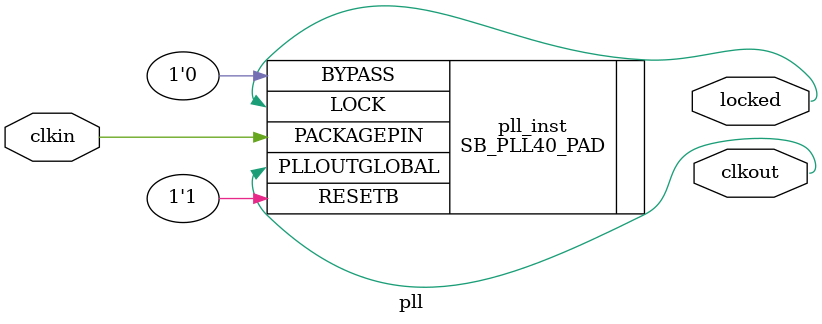
<source format=v>
module pll(
    input clkin,  // 12 MHz input clock
    output clkout, // 30 MHz output clock
    output locked
);
    SB_PLL40_PAD #(
        .FEEDBACK_PATH("SIMPLE"),
        .DIVR(4'b0000),         // DIVR =  0
        .DIVF(7'b1001111),      // DIVF = 39
        .DIVQ(3'b100),          // DIVQ =  4
        .FILTER_RANGE(3'b001)   // FILTER_RANGE = 1
    ) pll_inst (
        .LOCK(locked),
        .RESETB(1'b1),
        .BYPASS(1'b0),
        .PACKAGEPIN(clkin),
        .PLLOUTGLOBAL(clkout)
    );
endmodule


</source>
